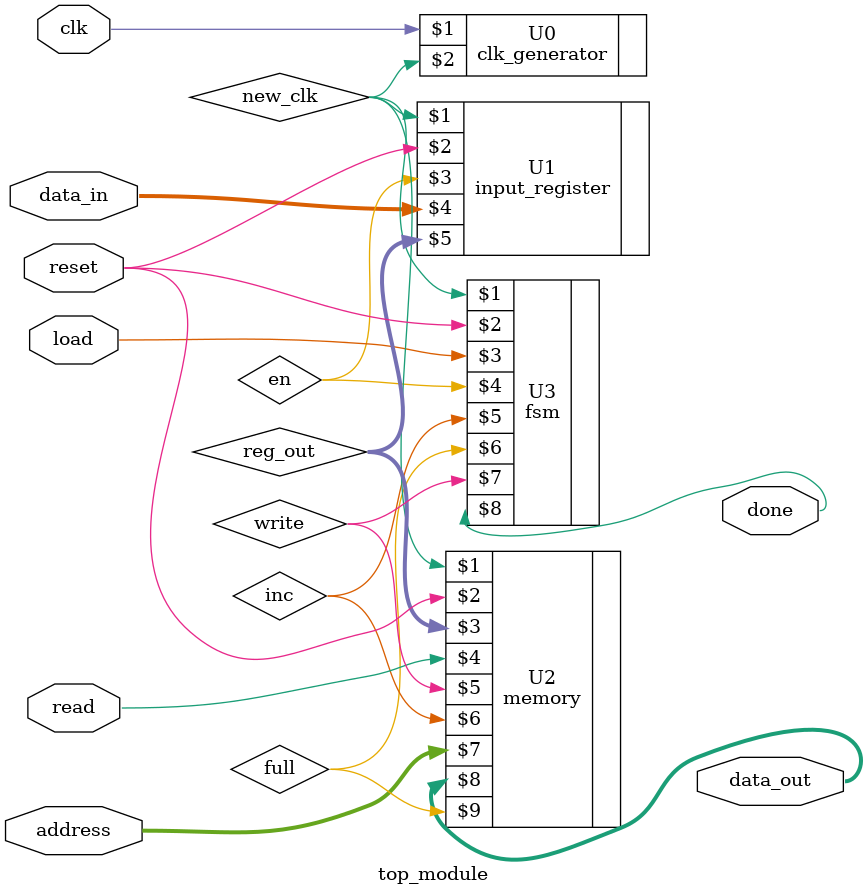
<source format=v>
`timescale 1ns / 1ps
module top_module(clk,reset,data_in,read,address,load,data_out,done);

  input clk,reset;
  input [1:0] data_in;
  input load,read;
  input [1:0] address;
  output [1:0] data_out;
  output done;
  
  wire new_clk;
  wire [1:0] reg_out;
  wire en,inc,write,full;
  
  clk_generator U0 (clk,new_clk);
  input_register U1 (new_clk,reset,en,data_in,reg_out);
  memory U2 (new_clk,reset,reg_out,read,write,inc,address,data_out,full);
  fsm U3 (new_clk,reset,load,en,inc,full,write,done);

endmodule

</source>
